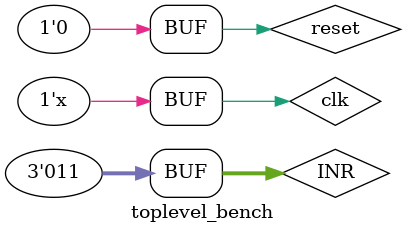
<source format=v>
`timescale 1ns / 1ps
module toplevel_bench();

reg clk, reset;
reg [2:0] INR;
wire [15:0] outvalue;

TopLevel DUT(.clk(clk), .reset(reset), .INR(INR), .Outvalue(outvalue));

always #20 clk = ~clk;

initial
begin
 clk = 0;
 reset = 0;
 
 #20 INR = 3'b010;
 #20 INR = 3'b011;
 
 #20
 
 #20 INR = 3'b011;
 #20 INR = 3'b110;
 
// #20 reset = 1;
 //#40 reset = 0;
 
 #20 INR = 3'b010;
 #60 INR = 3'b011;
 
 #20
 
 #20 INR = 3'b010;
 #20 INR = 3'b011;
 
 end
 
endmodule

</source>
